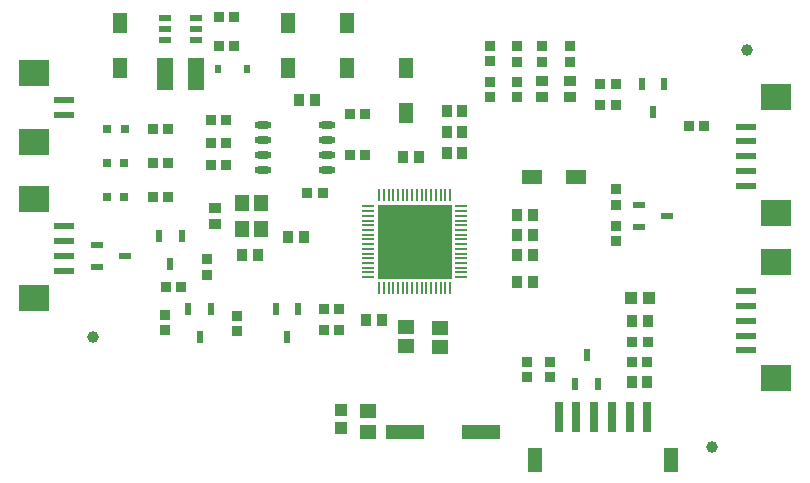
<source format=gtp>
G04*
G04 #@! TF.GenerationSoftware,Altium Limited,Altium Designer,25.4.2 (15)*
G04*
G04 Layer_Color=8421504*
%FSLAX44Y44*%
%MOMM*%
G71*
G04*
G04 #@! TF.SameCoordinates,49B81D0F-A9A4-424D-AE8F-31BE1D99DEBE*
G04*
G04*
G04 #@! TF.FilePolarity,Positive*
G04*
G01*
G75*
%ADD17R,0.8500X0.9500*%
%ADD18R,0.6000X1.0000*%
%ADD19R,1.3000X1.8000*%
%ADD20R,1.0000X0.9000*%
%ADD21R,1.0500X0.2000*%
%ADD22R,0.2000X1.0500*%
%ADD23R,6.2500X6.2500*%
%ADD24R,0.9000X1.0000*%
%ADD25R,1.0500X1.0000*%
%ADD26R,1.0000X1.0500*%
%ADD27R,1.4000X1.3000*%
%ADD28R,0.8000X0.8000*%
%ADD29R,1.2000X1.4000*%
%ADD30R,1.8000X1.3000*%
%ADD31C,1.0000*%
%ADD32R,0.9500X0.8500*%
%ADD33R,0.7500X2.5000*%
%ADD34R,1.2000X2.0000*%
%ADD35R,3.3000X1.3000*%
%ADD36R,1.3500X1.1500*%
%ADD37R,2.5000X2.2000*%
%ADD38R,1.7000X0.6000*%
%ADD39R,1.4000X2.7000*%
%ADD40R,0.5600X0.6900*%
%ADD41R,1.0000X0.5500*%
%ADD42O,1.4500X0.6000*%
%ADD43R,1.0000X0.6000*%
D17*
X197500Y295000D02*
D03*
X184500D02*
D03*
X197500Y276000D02*
D03*
X184500D02*
D03*
X148521Y248780D02*
D03*
X135521D02*
D03*
Y306780D02*
D03*
X148521D02*
D03*
Y277780D02*
D03*
X135521D02*
D03*
X266500Y252000D02*
D03*
X279500D02*
D03*
X191500Y401000D02*
D03*
X204500D02*
D03*
X204500Y377000D02*
D03*
X191500D02*
D03*
X554500Y126000D02*
D03*
X541500D02*
D03*
X302500Y319000D02*
D03*
X315500D02*
D03*
X280500Y154000D02*
D03*
X293500D02*
D03*
X293500Y136000D02*
D03*
X280500D02*
D03*
X602559Y309000D02*
D03*
X589559D02*
D03*
X514500Y345000D02*
D03*
X527500D02*
D03*
X527500Y327000D02*
D03*
X514500D02*
D03*
X315128Y284508D02*
D03*
X302128D02*
D03*
X184500Y314000D02*
D03*
X197500D02*
D03*
X159500Y173000D02*
D03*
X146500D02*
D03*
X554351Y109100D02*
D03*
X541351D02*
D03*
D18*
X184686Y154083D02*
D03*
X165686D02*
D03*
X175186Y130083D02*
D03*
X258500Y154000D02*
D03*
X239500D02*
D03*
X249000Y130000D02*
D03*
X150510Y192257D02*
D03*
X141010Y216257D02*
D03*
X160010D02*
D03*
X493330Y90910D02*
D03*
X512330D02*
D03*
X502830Y114910D02*
D03*
X568500Y345000D02*
D03*
X549500D02*
D03*
X559000Y321000D02*
D03*
D19*
X300000Y396000D02*
D03*
Y358000D02*
D03*
X350000Y320000D02*
D03*
X108000Y396000D02*
D03*
Y358000D02*
D03*
X350000Y358000D02*
D03*
X250000Y358000D02*
D03*
Y396000D02*
D03*
D20*
X188000Y239750D02*
D03*
Y226250D02*
D03*
X489000Y346813D02*
D03*
Y333312D02*
D03*
X465000Y346813D02*
D03*
Y333312D02*
D03*
D21*
X396433Y181000D02*
D03*
X396433Y185000D02*
D03*
Y189000D02*
D03*
X396433Y193000D02*
D03*
Y197000D02*
D03*
X396433Y201000D02*
D03*
Y205000D02*
D03*
Y209000D02*
D03*
X396433Y213000D02*
D03*
X396433Y217000D02*
D03*
X396433Y221000D02*
D03*
X396433Y225000D02*
D03*
Y229000D02*
D03*
X396433Y233000D02*
D03*
X396433Y237000D02*
D03*
Y241000D02*
D03*
X317933Y241000D02*
D03*
X317933Y237000D02*
D03*
X317933Y233000D02*
D03*
X317933Y229000D02*
D03*
Y225000D02*
D03*
X317933Y221000D02*
D03*
X317933Y217000D02*
D03*
X317933Y213000D02*
D03*
X317933Y209000D02*
D03*
X317933Y205000D02*
D03*
X317933Y201000D02*
D03*
Y197000D02*
D03*
Y193000D02*
D03*
X317933Y189000D02*
D03*
X317933Y185000D02*
D03*
X317933Y181000D02*
D03*
D22*
X387183Y250250D02*
D03*
X383183Y250250D02*
D03*
X379183Y250250D02*
D03*
X375183D02*
D03*
X371183D02*
D03*
X367183D02*
D03*
X363183D02*
D03*
X359183Y250250D02*
D03*
X355183Y250250D02*
D03*
X351183Y250250D02*
D03*
X347183D02*
D03*
X343183Y250250D02*
D03*
X339183Y250250D02*
D03*
X335183D02*
D03*
X331183Y250250D02*
D03*
X327183Y250250D02*
D03*
Y171750D02*
D03*
X331183D02*
D03*
X335183D02*
D03*
X339183Y171750D02*
D03*
X343183Y171750D02*
D03*
X347183D02*
D03*
X351183D02*
D03*
X355183Y171750D02*
D03*
X359183Y171750D02*
D03*
X363183Y171750D02*
D03*
X367183Y171750D02*
D03*
X371183Y171750D02*
D03*
X375183D02*
D03*
X379183Y171750D02*
D03*
X383183Y171750D02*
D03*
X387183Y171750D02*
D03*
D23*
X357183Y211000D02*
D03*
D24*
X457750Y234000D02*
D03*
X444250D02*
D03*
X384250Y304000D02*
D03*
X397750D02*
D03*
X540851Y92060D02*
D03*
X554351D02*
D03*
X554750Y144040D02*
D03*
X541250D02*
D03*
X259368Y331340D02*
D03*
X272868D02*
D03*
X316250Y145000D02*
D03*
X329750D02*
D03*
X384250Y322000D02*
D03*
X397750D02*
D03*
X360750Y283000D02*
D03*
X347250D02*
D03*
X250250Y215000D02*
D03*
X263750D02*
D03*
X397750Y286000D02*
D03*
X384250D02*
D03*
X444250Y200000D02*
D03*
X457750D02*
D03*
X444250Y177000D02*
D03*
X457750D02*
D03*
X444250Y217000D02*
D03*
X457750D02*
D03*
X224750Y200000D02*
D03*
X211250D02*
D03*
D25*
X540750Y163000D02*
D03*
X555250D02*
D03*
D26*
X295000Y53750D02*
D03*
Y68250D02*
D03*
D27*
X379000Y122000D02*
D03*
Y138000D02*
D03*
X350040Y138911D02*
D03*
Y122911D02*
D03*
D28*
X96521Y277780D02*
D03*
X111521D02*
D03*
X96521Y248780D02*
D03*
X111521D02*
D03*
X97021Y306780D02*
D03*
X112021D02*
D03*
D29*
X227000Y222000D02*
D03*
X211000D02*
D03*
X227000Y244000D02*
D03*
X211000D02*
D03*
D30*
X456183Y266000D02*
D03*
X494183D02*
D03*
D31*
X85000Y130000D02*
D03*
X639000Y373000D02*
D03*
X609000Y37000D02*
D03*
D32*
X444000Y376500D02*
D03*
Y363500D02*
D03*
X421250Y364000D02*
D03*
Y377000D02*
D03*
X421000Y346562D02*
D03*
Y333563D02*
D03*
X444000D02*
D03*
Y346562D02*
D03*
X181300Y183284D02*
D03*
Y196283D02*
D03*
X146000Y149000D02*
D03*
Y136000D02*
D03*
X207000Y148500D02*
D03*
Y135500D02*
D03*
X472040Y109500D02*
D03*
Y96500D02*
D03*
X528000Y211500D02*
D03*
Y224500D02*
D03*
Y255500D02*
D03*
Y242500D02*
D03*
X452000Y96500D02*
D03*
Y109500D02*
D03*
X489000Y363563D02*
D03*
Y376562D02*
D03*
X465000Y363563D02*
D03*
Y376562D02*
D03*
D33*
X479251Y63000D02*
D03*
X494251D02*
D03*
X509251D02*
D03*
X524251D02*
D03*
X539251D02*
D03*
X554251D02*
D03*
D34*
X459251Y26500D02*
D03*
X574251D02*
D03*
D35*
X349000Y50000D02*
D03*
X413000D02*
D03*
D36*
X318000Y67750D02*
D03*
Y50250D02*
D03*
D37*
X35000Y354250D02*
D03*
Y295250D02*
D03*
Y163250D02*
D03*
Y247250D02*
D03*
X663000Y194000D02*
D03*
Y95750D02*
D03*
Y333500D02*
D03*
Y235250D02*
D03*
D38*
X60000Y331000D02*
D03*
Y318500D02*
D03*
Y186500D02*
D03*
Y199000D02*
D03*
Y211500D02*
D03*
Y224000D02*
D03*
X638000Y169000D02*
D03*
Y156500D02*
D03*
Y144000D02*
D03*
Y131500D02*
D03*
Y119000D02*
D03*
Y308500D02*
D03*
Y296000D02*
D03*
Y283500D02*
D03*
Y271000D02*
D03*
Y258500D02*
D03*
D39*
X172500Y353000D02*
D03*
X145500D02*
D03*
D40*
X190800Y357000D02*
D03*
X215200D02*
D03*
D41*
X145500Y381500D02*
D03*
Y400500D02*
D03*
X172500D02*
D03*
Y391000D02*
D03*
Y381500D02*
D03*
X145500Y391000D02*
D03*
D42*
X283250Y271950D02*
D03*
Y284650D02*
D03*
Y297350D02*
D03*
Y310050D02*
D03*
X228750Y271950D02*
D03*
Y284650D02*
D03*
Y297350D02*
D03*
Y310050D02*
D03*
D43*
X88000Y208500D02*
D03*
Y189500D02*
D03*
X112000Y199000D02*
D03*
X571000Y233000D02*
D03*
X547000Y223500D02*
D03*
Y242500D02*
D03*
M02*

</source>
